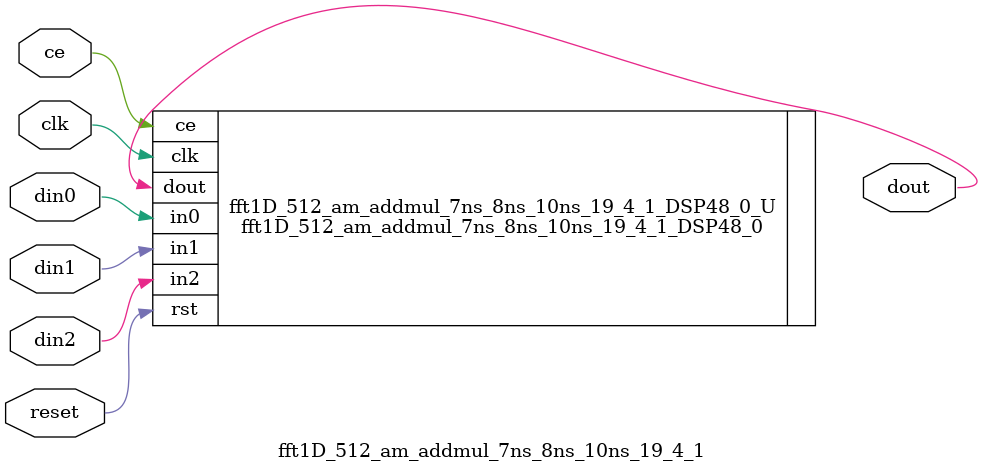
<source format=v>

module fft1D_512_am_addmul_7ns_8ns_10ns_19_4_1(clk,reset,ce,din0,din1,din2,dout);  
parameter ID = 32'd1;
parameter NUM_STAGE = 32'd1;
parameter din0_WIDTH = 32'd1;
parameter din1_WIDTH = 32'd1;
parameter din2_WIDTH = 32'd1;
parameter dout_WIDTH = 32'd1;
input clk;
input reset;
input ce;
input[din0_WIDTH - 1:0] din0;
input[din1_WIDTH - 1:0] din1;
input[din2_WIDTH - 1:0] din2;
output[dout_WIDTH - 1:0] dout;
fft1D_512_am_addmul_7ns_8ns_10ns_19_4_1_DSP48_0 fft1D_512_am_addmul_7ns_8ns_10ns_19_4_1_DSP48_0_U(.clk( clk ),.rst( reset ),.ce( ce ),.in0( din0 ),.in1( din1 ),.in2( din2 ),.dout( dout ));
endmodule

</source>
